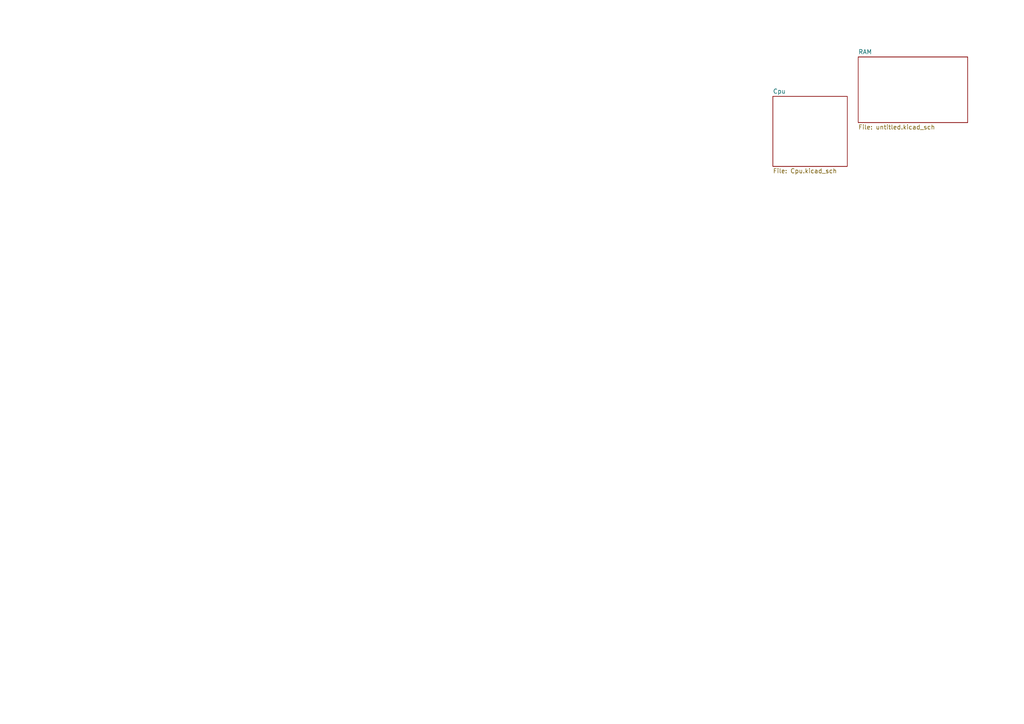
<source format=kicad_sch>
(kicad_sch (version 20230121) (generator eeschema)
  (paper "A4")
  (lib_symbols)
  (sheet (at 248.92 16.51) (size 31.75 19.05) (stroke (width 0.1524))
    (property "Sheetname" "RAM" (at 248.92 15.7984 0) (effects (justify left bottom)))
    (property "Sheetfile" "untitled.kicad_sch" (at 248.92 36.1446 0) (effects (justify left top)))
  )
  (sheet (at 224.155 27.94) (size 21.59 20.32) (stroke (width 0.1524))
    (property "Sheetname" "Cpu" (at 224.155 27.2284 0) (effects (justify left bottom)))
    (property "Sheetfile" "Cpu.kicad_sch" (at 224.155 48.8446 0) (effects (justify left top)))
  )
)
</source>
